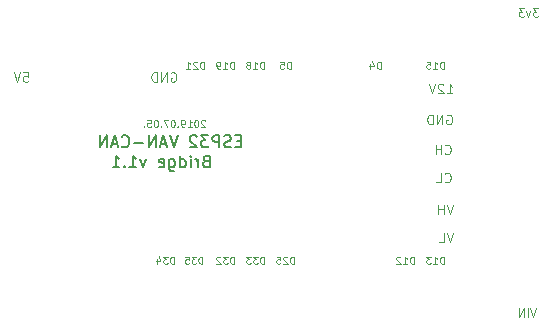
<source format=gbo>
%TF.GenerationSoftware,KiCad,Pcbnew,(5.0.2)-1*%
%TF.CreationDate,2019-07-05T20:57:08+02:00*%
%TF.ProjectId,PSAVanCanBridge_v11,56616e43-616e-4457-9370-33322e6b6963,rev?*%
%TF.SameCoordinates,Original*%
%TF.FileFunction,Legend,Bot*%
%TF.FilePolarity,Positive*%
%FSLAX46Y46*%
G04 Gerber Fmt 4.6, Leading zero omitted, Abs format (unit mm)*
G04 Created by KiCad (PCBNEW (5.0.2)-1) date 05/07/2019 20:57:08*
%MOMM*%
%LPD*%
G01*
G04 APERTURE LIST*
%ADD10C,0.100000*%
%ADD11C,0.200000*%
G04 APERTURE END LIST*
D10*
X92333666Y-60068666D02*
X92100333Y-60768666D01*
X91867000Y-60068666D01*
X91633666Y-60768666D02*
X91633666Y-60068666D01*
X91300333Y-60768666D02*
X91300333Y-60068666D01*
X90900333Y-60768666D01*
X90900333Y-60068666D01*
X92527333Y-34668666D02*
X92094000Y-34668666D01*
X92327333Y-34935333D01*
X92227333Y-34935333D01*
X92160666Y-34968666D01*
X92127333Y-35002000D01*
X92094000Y-35068666D01*
X92094000Y-35235333D01*
X92127333Y-35302000D01*
X92160666Y-35335333D01*
X92227333Y-35368666D01*
X92427333Y-35368666D01*
X92494000Y-35335333D01*
X92527333Y-35302000D01*
X91860666Y-34902000D02*
X91694000Y-35368666D01*
X91527333Y-34902000D01*
X91327333Y-34668666D02*
X90894000Y-34668666D01*
X91127333Y-34935333D01*
X91027333Y-34935333D01*
X90960666Y-34968666D01*
X90927333Y-35002000D01*
X90894000Y-35068666D01*
X90894000Y-35235333D01*
X90927333Y-35302000D01*
X90960666Y-35335333D01*
X91027333Y-35368666D01*
X91227333Y-35368666D01*
X91294000Y-35335333D01*
X91327333Y-35302000D01*
X82008571Y-56278428D02*
X82008571Y-55678428D01*
X81865714Y-55678428D01*
X81780000Y-55707000D01*
X81722857Y-55764142D01*
X81694285Y-55821285D01*
X81665714Y-55935571D01*
X81665714Y-56021285D01*
X81694285Y-56135571D01*
X81722857Y-56192714D01*
X81780000Y-56249857D01*
X81865714Y-56278428D01*
X82008571Y-56278428D01*
X81094285Y-56278428D02*
X81437142Y-56278428D01*
X81265714Y-56278428D02*
X81265714Y-55678428D01*
X81322857Y-55764142D01*
X81380000Y-55821285D01*
X81437142Y-55849857D01*
X80865714Y-55735571D02*
X80837142Y-55707000D01*
X80780000Y-55678428D01*
X80637142Y-55678428D01*
X80580000Y-55707000D01*
X80551428Y-55735571D01*
X80522857Y-55792714D01*
X80522857Y-55849857D01*
X80551428Y-55935571D01*
X80894285Y-56278428D01*
X80522857Y-56278428D01*
X84548571Y-56278428D02*
X84548571Y-55678428D01*
X84405714Y-55678428D01*
X84320000Y-55707000D01*
X84262857Y-55764142D01*
X84234285Y-55821285D01*
X84205714Y-55935571D01*
X84205714Y-56021285D01*
X84234285Y-56135571D01*
X84262857Y-56192714D01*
X84320000Y-56249857D01*
X84405714Y-56278428D01*
X84548571Y-56278428D01*
X83634285Y-56278428D02*
X83977142Y-56278428D01*
X83805714Y-56278428D02*
X83805714Y-55678428D01*
X83862857Y-55764142D01*
X83920000Y-55821285D01*
X83977142Y-55849857D01*
X83434285Y-55678428D02*
X83062857Y-55678428D01*
X83262857Y-55907000D01*
X83177142Y-55907000D01*
X83120000Y-55935571D01*
X83091428Y-55964142D01*
X83062857Y-56021285D01*
X83062857Y-56164142D01*
X83091428Y-56221285D01*
X83120000Y-56249857D01*
X83177142Y-56278428D01*
X83348571Y-56278428D01*
X83405714Y-56249857D01*
X83434285Y-56221285D01*
X69308571Y-56278428D02*
X69308571Y-55678428D01*
X69165714Y-55678428D01*
X69080000Y-55707000D01*
X69022857Y-55764142D01*
X68994285Y-55821285D01*
X68965714Y-55935571D01*
X68965714Y-56021285D01*
X68994285Y-56135571D01*
X69022857Y-56192714D01*
X69080000Y-56249857D01*
X69165714Y-56278428D01*
X69308571Y-56278428D01*
X68765714Y-55678428D02*
X68394285Y-55678428D01*
X68594285Y-55907000D01*
X68508571Y-55907000D01*
X68451428Y-55935571D01*
X68422857Y-55964142D01*
X68394285Y-56021285D01*
X68394285Y-56164142D01*
X68422857Y-56221285D01*
X68451428Y-56249857D01*
X68508571Y-56278428D01*
X68680000Y-56278428D01*
X68737142Y-56249857D01*
X68765714Y-56221285D01*
X68194285Y-55678428D02*
X67822857Y-55678428D01*
X68022857Y-55907000D01*
X67937142Y-55907000D01*
X67880000Y-55935571D01*
X67851428Y-55964142D01*
X67822857Y-56021285D01*
X67822857Y-56164142D01*
X67851428Y-56221285D01*
X67880000Y-56249857D01*
X67937142Y-56278428D01*
X68108571Y-56278428D01*
X68165714Y-56249857D01*
X68194285Y-56221285D01*
X66768571Y-56278428D02*
X66768571Y-55678428D01*
X66625714Y-55678428D01*
X66540000Y-55707000D01*
X66482857Y-55764142D01*
X66454285Y-55821285D01*
X66425714Y-55935571D01*
X66425714Y-56021285D01*
X66454285Y-56135571D01*
X66482857Y-56192714D01*
X66540000Y-56249857D01*
X66625714Y-56278428D01*
X66768571Y-56278428D01*
X66225714Y-55678428D02*
X65854285Y-55678428D01*
X66054285Y-55907000D01*
X65968571Y-55907000D01*
X65911428Y-55935571D01*
X65882857Y-55964142D01*
X65854285Y-56021285D01*
X65854285Y-56164142D01*
X65882857Y-56221285D01*
X65911428Y-56249857D01*
X65968571Y-56278428D01*
X66140000Y-56278428D01*
X66197142Y-56249857D01*
X66225714Y-56221285D01*
X65625714Y-55735571D02*
X65597142Y-55707000D01*
X65540000Y-55678428D01*
X65397142Y-55678428D01*
X65340000Y-55707000D01*
X65311428Y-55735571D01*
X65282857Y-55792714D01*
X65282857Y-55849857D01*
X65311428Y-55935571D01*
X65654285Y-56278428D01*
X65282857Y-56278428D01*
X64101571Y-56278428D02*
X64101571Y-55678428D01*
X63958714Y-55678428D01*
X63873000Y-55707000D01*
X63815857Y-55764142D01*
X63787285Y-55821285D01*
X63758714Y-55935571D01*
X63758714Y-56021285D01*
X63787285Y-56135571D01*
X63815857Y-56192714D01*
X63873000Y-56249857D01*
X63958714Y-56278428D01*
X64101571Y-56278428D01*
X63558714Y-55678428D02*
X63187285Y-55678428D01*
X63387285Y-55907000D01*
X63301571Y-55907000D01*
X63244428Y-55935571D01*
X63215857Y-55964142D01*
X63187285Y-56021285D01*
X63187285Y-56164142D01*
X63215857Y-56221285D01*
X63244428Y-56249857D01*
X63301571Y-56278428D01*
X63473000Y-56278428D01*
X63530142Y-56249857D01*
X63558714Y-56221285D01*
X62644428Y-55678428D02*
X62930142Y-55678428D01*
X62958714Y-55964142D01*
X62930142Y-55935571D01*
X62873000Y-55907000D01*
X62730142Y-55907000D01*
X62673000Y-55935571D01*
X62644428Y-55964142D01*
X62615857Y-56021285D01*
X62615857Y-56164142D01*
X62644428Y-56221285D01*
X62673000Y-56249857D01*
X62730142Y-56278428D01*
X62873000Y-56278428D01*
X62930142Y-56249857D01*
X62958714Y-56221285D01*
X61688571Y-56278428D02*
X61688571Y-55678428D01*
X61545714Y-55678428D01*
X61460000Y-55707000D01*
X61402857Y-55764142D01*
X61374285Y-55821285D01*
X61345714Y-55935571D01*
X61345714Y-56021285D01*
X61374285Y-56135571D01*
X61402857Y-56192714D01*
X61460000Y-56249857D01*
X61545714Y-56278428D01*
X61688571Y-56278428D01*
X61145714Y-55678428D02*
X60774285Y-55678428D01*
X60974285Y-55907000D01*
X60888571Y-55907000D01*
X60831428Y-55935571D01*
X60802857Y-55964142D01*
X60774285Y-56021285D01*
X60774285Y-56164142D01*
X60802857Y-56221285D01*
X60831428Y-56249857D01*
X60888571Y-56278428D01*
X61060000Y-56278428D01*
X61117142Y-56249857D01*
X61145714Y-56221285D01*
X60260000Y-55878428D02*
X60260000Y-56278428D01*
X60402857Y-55649857D02*
X60545714Y-56078428D01*
X60174285Y-56078428D01*
X84548571Y-39768428D02*
X84548571Y-39168428D01*
X84405714Y-39168428D01*
X84320000Y-39197000D01*
X84262857Y-39254142D01*
X84234285Y-39311285D01*
X84205714Y-39425571D01*
X84205714Y-39511285D01*
X84234285Y-39625571D01*
X84262857Y-39682714D01*
X84320000Y-39739857D01*
X84405714Y-39768428D01*
X84548571Y-39768428D01*
X83634285Y-39768428D02*
X83977142Y-39768428D01*
X83805714Y-39768428D02*
X83805714Y-39168428D01*
X83862857Y-39254142D01*
X83920000Y-39311285D01*
X83977142Y-39339857D01*
X83091428Y-39168428D02*
X83377142Y-39168428D01*
X83405714Y-39454142D01*
X83377142Y-39425571D01*
X83320000Y-39397000D01*
X83177142Y-39397000D01*
X83120000Y-39425571D01*
X83091428Y-39454142D01*
X83062857Y-39511285D01*
X83062857Y-39654142D01*
X83091428Y-39711285D01*
X83120000Y-39739857D01*
X83177142Y-39768428D01*
X83320000Y-39768428D01*
X83377142Y-39739857D01*
X83405714Y-39711285D01*
X79182857Y-39768428D02*
X79182857Y-39168428D01*
X79040000Y-39168428D01*
X78954285Y-39197000D01*
X78897142Y-39254142D01*
X78868571Y-39311285D01*
X78840000Y-39425571D01*
X78840000Y-39511285D01*
X78868571Y-39625571D01*
X78897142Y-39682714D01*
X78954285Y-39739857D01*
X79040000Y-39768428D01*
X79182857Y-39768428D01*
X78325714Y-39368428D02*
X78325714Y-39768428D01*
X78468571Y-39139857D02*
X78611428Y-39568428D01*
X78240000Y-39568428D01*
X71562857Y-39768428D02*
X71562857Y-39168428D01*
X71420000Y-39168428D01*
X71334285Y-39197000D01*
X71277142Y-39254142D01*
X71248571Y-39311285D01*
X71220000Y-39425571D01*
X71220000Y-39511285D01*
X71248571Y-39625571D01*
X71277142Y-39682714D01*
X71334285Y-39739857D01*
X71420000Y-39768428D01*
X71562857Y-39768428D01*
X70677142Y-39168428D02*
X70962857Y-39168428D01*
X70991428Y-39454142D01*
X70962857Y-39425571D01*
X70905714Y-39397000D01*
X70762857Y-39397000D01*
X70705714Y-39425571D01*
X70677142Y-39454142D01*
X70648571Y-39511285D01*
X70648571Y-39654142D01*
X70677142Y-39711285D01*
X70705714Y-39739857D01*
X70762857Y-39768428D01*
X70905714Y-39768428D01*
X70962857Y-39739857D01*
X70991428Y-39711285D01*
X71848571Y-56278428D02*
X71848571Y-55678428D01*
X71705714Y-55678428D01*
X71620000Y-55707000D01*
X71562857Y-55764142D01*
X71534285Y-55821285D01*
X71505714Y-55935571D01*
X71505714Y-56021285D01*
X71534285Y-56135571D01*
X71562857Y-56192714D01*
X71620000Y-56249857D01*
X71705714Y-56278428D01*
X71848571Y-56278428D01*
X71277142Y-55735571D02*
X71248571Y-55707000D01*
X71191428Y-55678428D01*
X71048571Y-55678428D01*
X70991428Y-55707000D01*
X70962857Y-55735571D01*
X70934285Y-55792714D01*
X70934285Y-55849857D01*
X70962857Y-55935571D01*
X71305714Y-56278428D01*
X70934285Y-56278428D01*
X70391428Y-55678428D02*
X70677142Y-55678428D01*
X70705714Y-55964142D01*
X70677142Y-55935571D01*
X70620000Y-55907000D01*
X70477142Y-55907000D01*
X70420000Y-55935571D01*
X70391428Y-55964142D01*
X70362857Y-56021285D01*
X70362857Y-56164142D01*
X70391428Y-56221285D01*
X70420000Y-56249857D01*
X70477142Y-56278428D01*
X70620000Y-56278428D01*
X70677142Y-56249857D01*
X70705714Y-56221285D01*
X64228571Y-39768428D02*
X64228571Y-39168428D01*
X64085714Y-39168428D01*
X64000000Y-39197000D01*
X63942857Y-39254142D01*
X63914285Y-39311285D01*
X63885714Y-39425571D01*
X63885714Y-39511285D01*
X63914285Y-39625571D01*
X63942857Y-39682714D01*
X64000000Y-39739857D01*
X64085714Y-39768428D01*
X64228571Y-39768428D01*
X63657142Y-39225571D02*
X63628571Y-39197000D01*
X63571428Y-39168428D01*
X63428571Y-39168428D01*
X63371428Y-39197000D01*
X63342857Y-39225571D01*
X63314285Y-39282714D01*
X63314285Y-39339857D01*
X63342857Y-39425571D01*
X63685714Y-39768428D01*
X63314285Y-39768428D01*
X62742857Y-39768428D02*
X63085714Y-39768428D01*
X62914285Y-39768428D02*
X62914285Y-39168428D01*
X62971428Y-39254142D01*
X63028571Y-39311285D01*
X63085714Y-39339857D01*
X84797809Y-41861904D02*
X85254951Y-41861904D01*
X85026380Y-41861904D02*
X85026380Y-41061904D01*
X85102571Y-41176190D01*
X85178761Y-41252380D01*
X85254951Y-41290476D01*
X84493047Y-41138095D02*
X84454951Y-41100000D01*
X84378761Y-41061904D01*
X84188285Y-41061904D01*
X84112094Y-41100000D01*
X84073999Y-41138095D01*
X84035904Y-41214285D01*
X84035904Y-41290476D01*
X84073999Y-41404761D01*
X84531142Y-41861904D01*
X84035904Y-41861904D01*
X83807332Y-41061904D02*
X83540666Y-41861904D01*
X83273999Y-41061904D01*
X84632713Y-49332035D02*
X84670808Y-49370130D01*
X84785094Y-49408225D01*
X84861284Y-49408225D01*
X84975570Y-49370130D01*
X85051761Y-49293940D01*
X85089856Y-49217749D01*
X85127951Y-49065368D01*
X85127951Y-48951082D01*
X85089856Y-48798701D01*
X85051761Y-48722511D01*
X84975570Y-48646321D01*
X84861284Y-48608225D01*
X84785094Y-48608225D01*
X84670808Y-48646321D01*
X84632713Y-48684416D01*
X83908903Y-49408225D02*
X84289856Y-49408225D01*
X84289856Y-48608225D01*
X84632713Y-46919035D02*
X84670808Y-46957130D01*
X84785094Y-46995225D01*
X84861285Y-46995225D01*
X84975570Y-46957130D01*
X85051761Y-46880940D01*
X85089856Y-46804749D01*
X85127951Y-46652368D01*
X85127951Y-46538082D01*
X85089856Y-46385701D01*
X85051761Y-46309511D01*
X84975570Y-46233321D01*
X84861285Y-46195225D01*
X84785094Y-46195225D01*
X84670808Y-46233321D01*
X84632713Y-46271416D01*
X84289856Y-46995225D02*
X84289856Y-46195225D01*
X84289856Y-46576178D02*
X83832713Y-46576178D01*
X83832713Y-46995225D02*
X83832713Y-46195225D01*
X85331142Y-51275225D02*
X85064475Y-52075225D01*
X84797808Y-51275225D01*
X84531142Y-52075225D02*
X84531142Y-51275225D01*
X84531142Y-51656178D02*
X84073999Y-51656178D01*
X84073999Y-52075225D02*
X84073999Y-51275225D01*
X85331142Y-53688225D02*
X85064475Y-54488225D01*
X84797808Y-53688225D01*
X84150189Y-54488225D02*
X84531142Y-54488225D01*
X84531142Y-53688225D01*
X84797808Y-43693321D02*
X84873999Y-43655225D01*
X84988285Y-43655225D01*
X85102570Y-43693321D01*
X85178761Y-43769511D01*
X85216856Y-43845701D01*
X85254951Y-43998082D01*
X85254951Y-44112368D01*
X85216856Y-44264749D01*
X85178761Y-44340940D01*
X85102570Y-44417130D01*
X84988285Y-44455225D01*
X84912094Y-44455225D01*
X84797808Y-44417130D01*
X84759713Y-44379035D01*
X84759713Y-44112368D01*
X84912094Y-44112368D01*
X84416856Y-44455225D02*
X84416856Y-43655225D01*
X83959713Y-44455225D01*
X83959713Y-43655225D01*
X83578761Y-44455225D02*
X83578761Y-43655225D01*
X83388285Y-43655225D01*
X83273999Y-43693321D01*
X83197808Y-43769511D01*
X83159713Y-43845701D01*
X83121618Y-43998082D01*
X83121618Y-44112368D01*
X83159713Y-44264749D01*
X83197808Y-44340940D01*
X83273999Y-44417130D01*
X83388285Y-44455225D01*
X83578761Y-44455225D01*
X69308571Y-39768428D02*
X69308571Y-39168428D01*
X69165714Y-39168428D01*
X69080000Y-39197000D01*
X69022857Y-39254142D01*
X68994285Y-39311285D01*
X68965714Y-39425571D01*
X68965714Y-39511285D01*
X68994285Y-39625571D01*
X69022857Y-39682714D01*
X69080000Y-39739857D01*
X69165714Y-39768428D01*
X69308571Y-39768428D01*
X68394285Y-39768428D02*
X68737142Y-39768428D01*
X68565714Y-39768428D02*
X68565714Y-39168428D01*
X68622857Y-39254142D01*
X68680000Y-39311285D01*
X68737142Y-39339857D01*
X68051428Y-39425571D02*
X68108571Y-39397000D01*
X68137142Y-39368428D01*
X68165714Y-39311285D01*
X68165714Y-39282714D01*
X68137142Y-39225571D01*
X68108571Y-39197000D01*
X68051428Y-39168428D01*
X67937142Y-39168428D01*
X67880000Y-39197000D01*
X67851428Y-39225571D01*
X67822857Y-39282714D01*
X67822857Y-39311285D01*
X67851428Y-39368428D01*
X67880000Y-39397000D01*
X67937142Y-39425571D01*
X68051428Y-39425571D01*
X68108571Y-39454142D01*
X68137142Y-39482714D01*
X68165714Y-39539857D01*
X68165714Y-39654142D01*
X68137142Y-39711285D01*
X68108571Y-39739857D01*
X68051428Y-39768428D01*
X67937142Y-39768428D01*
X67880000Y-39739857D01*
X67851428Y-39711285D01*
X67822857Y-39654142D01*
X67822857Y-39539857D01*
X67851428Y-39482714D01*
X67880000Y-39454142D01*
X67937142Y-39425571D01*
X66768571Y-39768428D02*
X66768571Y-39168428D01*
X66625714Y-39168428D01*
X66540000Y-39197000D01*
X66482857Y-39254142D01*
X66454285Y-39311285D01*
X66425714Y-39425571D01*
X66425714Y-39511285D01*
X66454285Y-39625571D01*
X66482857Y-39682714D01*
X66540000Y-39739857D01*
X66625714Y-39768428D01*
X66768571Y-39768428D01*
X65854285Y-39768428D02*
X66197142Y-39768428D01*
X66025714Y-39768428D02*
X66025714Y-39168428D01*
X66082857Y-39254142D01*
X66140000Y-39311285D01*
X66197142Y-39339857D01*
X65568571Y-39768428D02*
X65454285Y-39768428D01*
X65397142Y-39739857D01*
X65368571Y-39711285D01*
X65311428Y-39625571D01*
X65282857Y-39511285D01*
X65282857Y-39282714D01*
X65311428Y-39225571D01*
X65340000Y-39197000D01*
X65397142Y-39168428D01*
X65511428Y-39168428D01*
X65568571Y-39197000D01*
X65597142Y-39225571D01*
X65625714Y-39282714D01*
X65625714Y-39425571D01*
X65597142Y-39482714D01*
X65568571Y-39511285D01*
X65511428Y-39539857D01*
X65397142Y-39539857D01*
X65340000Y-39511285D01*
X65311428Y-39482714D01*
X65282857Y-39425571D01*
X48920380Y-40074904D02*
X49301333Y-40074904D01*
X49339428Y-40455857D01*
X49301333Y-40417761D01*
X49225142Y-40379666D01*
X49034666Y-40379666D01*
X48958476Y-40417761D01*
X48920380Y-40455857D01*
X48882285Y-40532047D01*
X48882285Y-40722523D01*
X48920380Y-40798714D01*
X48958476Y-40836809D01*
X49034666Y-40874904D01*
X49225142Y-40874904D01*
X49301333Y-40836809D01*
X49339428Y-40798714D01*
X48653714Y-40074904D02*
X48387047Y-40874904D01*
X48120380Y-40074904D01*
X61442523Y-40113000D02*
X61518714Y-40074904D01*
X61633000Y-40074904D01*
X61747285Y-40113000D01*
X61823476Y-40189190D01*
X61861571Y-40265380D01*
X61899666Y-40417761D01*
X61899666Y-40532047D01*
X61861571Y-40684428D01*
X61823476Y-40760619D01*
X61747285Y-40836809D01*
X61633000Y-40874904D01*
X61556809Y-40874904D01*
X61442523Y-40836809D01*
X61404428Y-40798714D01*
X61404428Y-40532047D01*
X61556809Y-40532047D01*
X61061571Y-40874904D02*
X61061571Y-40074904D01*
X60604428Y-40874904D01*
X60604428Y-40074904D01*
X60223476Y-40874904D02*
X60223476Y-40074904D01*
X60033000Y-40074904D01*
X59918714Y-40113000D01*
X59842523Y-40189190D01*
X59804428Y-40265380D01*
X59766333Y-40417761D01*
X59766333Y-40532047D01*
X59804428Y-40684428D01*
X59842523Y-40760619D01*
X59918714Y-40836809D01*
X60033000Y-40874904D01*
X60223476Y-40874904D01*
X64322000Y-44178571D02*
X64293428Y-44150000D01*
X64236285Y-44121428D01*
X64093428Y-44121428D01*
X64036285Y-44150000D01*
X64007714Y-44178571D01*
X63979142Y-44235714D01*
X63979142Y-44292857D01*
X64007714Y-44378571D01*
X64350571Y-44721428D01*
X63979142Y-44721428D01*
X63607714Y-44121428D02*
X63550571Y-44121428D01*
X63493428Y-44150000D01*
X63464857Y-44178571D01*
X63436285Y-44235714D01*
X63407714Y-44350000D01*
X63407714Y-44492857D01*
X63436285Y-44607142D01*
X63464857Y-44664285D01*
X63493428Y-44692857D01*
X63550571Y-44721428D01*
X63607714Y-44721428D01*
X63664857Y-44692857D01*
X63693428Y-44664285D01*
X63722000Y-44607142D01*
X63750571Y-44492857D01*
X63750571Y-44350000D01*
X63722000Y-44235714D01*
X63693428Y-44178571D01*
X63664857Y-44150000D01*
X63607714Y-44121428D01*
X62836285Y-44721428D02*
X63179142Y-44721428D01*
X63007714Y-44721428D02*
X63007714Y-44121428D01*
X63064857Y-44207142D01*
X63122000Y-44264285D01*
X63179142Y-44292857D01*
X62550571Y-44721428D02*
X62436285Y-44721428D01*
X62379142Y-44692857D01*
X62350571Y-44664285D01*
X62293428Y-44578571D01*
X62264857Y-44464285D01*
X62264857Y-44235714D01*
X62293428Y-44178571D01*
X62322000Y-44150000D01*
X62379142Y-44121428D01*
X62493428Y-44121428D01*
X62550571Y-44150000D01*
X62579142Y-44178571D01*
X62607714Y-44235714D01*
X62607714Y-44378571D01*
X62579142Y-44435714D01*
X62550571Y-44464285D01*
X62493428Y-44492857D01*
X62379142Y-44492857D01*
X62322000Y-44464285D01*
X62293428Y-44435714D01*
X62264857Y-44378571D01*
X62007714Y-44664285D02*
X61979142Y-44692857D01*
X62007714Y-44721428D01*
X62036285Y-44692857D01*
X62007714Y-44664285D01*
X62007714Y-44721428D01*
X61607714Y-44121428D02*
X61550571Y-44121428D01*
X61493428Y-44150000D01*
X61464857Y-44178571D01*
X61436285Y-44235714D01*
X61407714Y-44350000D01*
X61407714Y-44492857D01*
X61436285Y-44607142D01*
X61464857Y-44664285D01*
X61493428Y-44692857D01*
X61550571Y-44721428D01*
X61607714Y-44721428D01*
X61664857Y-44692857D01*
X61693428Y-44664285D01*
X61722000Y-44607142D01*
X61750571Y-44492857D01*
X61750571Y-44350000D01*
X61722000Y-44235714D01*
X61693428Y-44178571D01*
X61664857Y-44150000D01*
X61607714Y-44121428D01*
X61207714Y-44121428D02*
X60807714Y-44121428D01*
X61064857Y-44721428D01*
X60579142Y-44664285D02*
X60550571Y-44692857D01*
X60579142Y-44721428D01*
X60607714Y-44692857D01*
X60579142Y-44664285D01*
X60579142Y-44721428D01*
X60179142Y-44121428D02*
X60122000Y-44121428D01*
X60064857Y-44150000D01*
X60036285Y-44178571D01*
X60007714Y-44235714D01*
X59979142Y-44350000D01*
X59979142Y-44492857D01*
X60007714Y-44607142D01*
X60036285Y-44664285D01*
X60064857Y-44692857D01*
X60122000Y-44721428D01*
X60179142Y-44721428D01*
X60236285Y-44692857D01*
X60264857Y-44664285D01*
X60293428Y-44607142D01*
X60322000Y-44492857D01*
X60322000Y-44350000D01*
X60293428Y-44235714D01*
X60264857Y-44178571D01*
X60236285Y-44150000D01*
X60179142Y-44121428D01*
X59436285Y-44121428D02*
X59722000Y-44121428D01*
X59750571Y-44407142D01*
X59722000Y-44378571D01*
X59664857Y-44350000D01*
X59522000Y-44350000D01*
X59464857Y-44378571D01*
X59436285Y-44407142D01*
X59407714Y-44464285D01*
X59407714Y-44607142D01*
X59436285Y-44664285D01*
X59464857Y-44692857D01*
X59522000Y-44721428D01*
X59664857Y-44721428D01*
X59722000Y-44692857D01*
X59750571Y-44664285D01*
X59150571Y-44664285D02*
X59122000Y-44692857D01*
X59150571Y-44721428D01*
X59179142Y-44692857D01*
X59150571Y-44664285D01*
X59150571Y-44721428D01*
D11*
X67366879Y-45902172D02*
X67033546Y-45902172D01*
X66890689Y-46425981D02*
X67366879Y-46425981D01*
X67366879Y-45425981D01*
X66890689Y-45425981D01*
X66509737Y-46378362D02*
X66366879Y-46425981D01*
X66128784Y-46425981D01*
X66033546Y-46378362D01*
X65985927Y-46330743D01*
X65938308Y-46235505D01*
X65938308Y-46140267D01*
X65985927Y-46045029D01*
X66033546Y-45997410D01*
X66128784Y-45949791D01*
X66319260Y-45902172D01*
X66414498Y-45854553D01*
X66462117Y-45806934D01*
X66509737Y-45711696D01*
X66509737Y-45616458D01*
X66462117Y-45521220D01*
X66414498Y-45473601D01*
X66319260Y-45425981D01*
X66081165Y-45425981D01*
X65938308Y-45473601D01*
X65509737Y-46425981D02*
X65509737Y-45425981D01*
X65128784Y-45425981D01*
X65033546Y-45473601D01*
X64985927Y-45521220D01*
X64938308Y-45616458D01*
X64938308Y-45759315D01*
X64985927Y-45854553D01*
X65033546Y-45902172D01*
X65128784Y-45949791D01*
X65509737Y-45949791D01*
X64604975Y-45425981D02*
X63985927Y-45425981D01*
X64319260Y-45806934D01*
X64176403Y-45806934D01*
X64081165Y-45854553D01*
X64033546Y-45902172D01*
X63985927Y-45997410D01*
X63985927Y-46235505D01*
X64033546Y-46330743D01*
X64081165Y-46378362D01*
X64176403Y-46425981D01*
X64462117Y-46425981D01*
X64557356Y-46378362D01*
X64604975Y-46330743D01*
X63604975Y-45521220D02*
X63557356Y-45473601D01*
X63462117Y-45425981D01*
X63224022Y-45425981D01*
X63128784Y-45473601D01*
X63081165Y-45521220D01*
X63033546Y-45616458D01*
X63033546Y-45711696D01*
X63081165Y-45854553D01*
X63652594Y-46425981D01*
X63033546Y-46425981D01*
X61985927Y-45425981D02*
X61652594Y-46425981D01*
X61319260Y-45425981D01*
X61033546Y-46140267D02*
X60557356Y-46140267D01*
X61128784Y-46425981D02*
X60795451Y-45425981D01*
X60462117Y-46425981D01*
X60128784Y-46425981D02*
X60128784Y-45425981D01*
X59557356Y-46425981D01*
X59557356Y-45425981D01*
X59081165Y-46045029D02*
X58319260Y-46045029D01*
X57271641Y-46330743D02*
X57319260Y-46378362D01*
X57462117Y-46425981D01*
X57557356Y-46425981D01*
X57700213Y-46378362D01*
X57795451Y-46283124D01*
X57843070Y-46187886D01*
X57890689Y-45997410D01*
X57890689Y-45854553D01*
X57843070Y-45664077D01*
X57795451Y-45568839D01*
X57700213Y-45473601D01*
X57557356Y-45425981D01*
X57462117Y-45425981D01*
X57319260Y-45473601D01*
X57271641Y-45521220D01*
X56890689Y-46140267D02*
X56414498Y-46140267D01*
X56985927Y-46425981D02*
X56652594Y-45425981D01*
X56319260Y-46425981D01*
X55985927Y-46425981D02*
X55985927Y-45425981D01*
X55414498Y-46425981D01*
X55414498Y-45425981D01*
X64390689Y-47602172D02*
X64247832Y-47649791D01*
X64200213Y-47697410D01*
X64152594Y-47792648D01*
X64152594Y-47935505D01*
X64200213Y-48030743D01*
X64247832Y-48078362D01*
X64343070Y-48125981D01*
X64724022Y-48125981D01*
X64724022Y-47125981D01*
X64390689Y-47125981D01*
X64295451Y-47173601D01*
X64247832Y-47221220D01*
X64200213Y-47316458D01*
X64200213Y-47411696D01*
X64247832Y-47506934D01*
X64295451Y-47554553D01*
X64390689Y-47602172D01*
X64724022Y-47602172D01*
X63724022Y-48125981D02*
X63724022Y-47459315D01*
X63724022Y-47649791D02*
X63676403Y-47554553D01*
X63628784Y-47506934D01*
X63533546Y-47459315D01*
X63438308Y-47459315D01*
X63104975Y-48125981D02*
X63104975Y-47459315D01*
X63104975Y-47125981D02*
X63152594Y-47173601D01*
X63104975Y-47221220D01*
X63057356Y-47173601D01*
X63104975Y-47125981D01*
X63104975Y-47221220D01*
X62200213Y-48125981D02*
X62200213Y-47125981D01*
X62200213Y-48078362D02*
X62295451Y-48125981D01*
X62485927Y-48125981D01*
X62581165Y-48078362D01*
X62628784Y-48030743D01*
X62676403Y-47935505D01*
X62676403Y-47649791D01*
X62628784Y-47554553D01*
X62581165Y-47506934D01*
X62485927Y-47459315D01*
X62295451Y-47459315D01*
X62200213Y-47506934D01*
X61295451Y-47459315D02*
X61295451Y-48268839D01*
X61343070Y-48364077D01*
X61390689Y-48411696D01*
X61485927Y-48459315D01*
X61628784Y-48459315D01*
X61724022Y-48411696D01*
X61295451Y-48078362D02*
X61390689Y-48125981D01*
X61581165Y-48125981D01*
X61676403Y-48078362D01*
X61724022Y-48030743D01*
X61771641Y-47935505D01*
X61771641Y-47649791D01*
X61724022Y-47554553D01*
X61676403Y-47506934D01*
X61581165Y-47459315D01*
X61390689Y-47459315D01*
X61295451Y-47506934D01*
X60438308Y-48078362D02*
X60533546Y-48125981D01*
X60724022Y-48125981D01*
X60819260Y-48078362D01*
X60866879Y-47983124D01*
X60866879Y-47602172D01*
X60819260Y-47506934D01*
X60724022Y-47459315D01*
X60533546Y-47459315D01*
X60438308Y-47506934D01*
X60390689Y-47602172D01*
X60390689Y-47697410D01*
X60866879Y-47792648D01*
X59295451Y-47459315D02*
X59057356Y-48125981D01*
X58819260Y-47459315D01*
X57914498Y-48125981D02*
X58485927Y-48125981D01*
X58200213Y-48125981D02*
X58200213Y-47125981D01*
X58295451Y-47268839D01*
X58390689Y-47364077D01*
X58485927Y-47411696D01*
X57485927Y-48030743D02*
X57438308Y-48078362D01*
X57485927Y-48125981D01*
X57533546Y-48078362D01*
X57485927Y-48030743D01*
X57485927Y-48125981D01*
X56485927Y-48125981D02*
X57057356Y-48125981D01*
X56771641Y-48125981D02*
X56771641Y-47125981D01*
X56866879Y-47268839D01*
X56962117Y-47364077D01*
X57057356Y-47411696D01*
M02*

</source>
